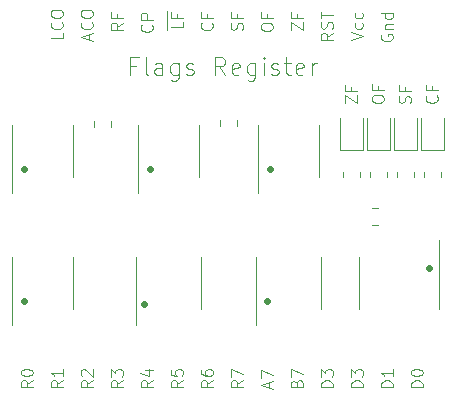
<source format=gbr>
%TF.GenerationSoftware,KiCad,Pcbnew,(5.1.10-1-10_14)*%
%TF.CreationDate,2021-12-17T22:03:29-05:00*%
%TF.ProjectId,Flags Register,466c6167-7320-4526-9567-69737465722e,rev?*%
%TF.SameCoordinates,Original*%
%TF.FileFunction,Legend,Top*%
%TF.FilePolarity,Positive*%
%FSLAX46Y46*%
G04 Gerber Fmt 4.6, Leading zero omitted, Abs format (unit mm)*
G04 Created by KiCad (PCBNEW (5.1.10-1-10_14)) date 2021-12-17 22:03:29*
%MOMM*%
%LPD*%
G01*
G04 APERTURE LIST*
%ADD10C,0.600000*%
%ADD11C,0.100000*%
%ADD12C,0.120000*%
G04 APERTURE END LIST*
D10*
X73660000Y-99314000D02*
G75*
G03*
X73660000Y-99314000I0J0D01*
G01*
X63500000Y-99314000D02*
G75*
G03*
X63500000Y-99314000I0J0D01*
G01*
X52832000Y-99314000D02*
G75*
G03*
X52832000Y-99314000I0J0D01*
G01*
X52832000Y-110490000D02*
G75*
G03*
X52832000Y-110490000I0J0D01*
G01*
X62992000Y-110744000D02*
G75*
G03*
X62992000Y-110744000I0J0D01*
G01*
X73406000Y-110490000D02*
G75*
G03*
X73406000Y-110490000I0J0D01*
G01*
X87122000Y-107696000D02*
G75*
G03*
X87122000Y-107696000I0J0D01*
G01*
D11*
X62310285Y-90570857D02*
X61810285Y-90570857D01*
X61810285Y-91356571D02*
X61810285Y-89856571D01*
X62524571Y-89856571D01*
X63310285Y-91356571D02*
X63167428Y-91285142D01*
X63096000Y-91142285D01*
X63096000Y-89856571D01*
X64524571Y-91356571D02*
X64524571Y-90570857D01*
X64453142Y-90428000D01*
X64310285Y-90356571D01*
X64024571Y-90356571D01*
X63881714Y-90428000D01*
X64524571Y-91285142D02*
X64381714Y-91356571D01*
X64024571Y-91356571D01*
X63881714Y-91285142D01*
X63810285Y-91142285D01*
X63810285Y-90999428D01*
X63881714Y-90856571D01*
X64024571Y-90785142D01*
X64381714Y-90785142D01*
X64524571Y-90713714D01*
X65881714Y-90356571D02*
X65881714Y-91570857D01*
X65810285Y-91713714D01*
X65738857Y-91785142D01*
X65596000Y-91856571D01*
X65381714Y-91856571D01*
X65238857Y-91785142D01*
X65881714Y-91285142D02*
X65738857Y-91356571D01*
X65453142Y-91356571D01*
X65310285Y-91285142D01*
X65238857Y-91213714D01*
X65167428Y-91070857D01*
X65167428Y-90642285D01*
X65238857Y-90499428D01*
X65310285Y-90428000D01*
X65453142Y-90356571D01*
X65738857Y-90356571D01*
X65881714Y-90428000D01*
X66524571Y-91285142D02*
X66667428Y-91356571D01*
X66953142Y-91356571D01*
X67096000Y-91285142D01*
X67167428Y-91142285D01*
X67167428Y-91070857D01*
X67096000Y-90928000D01*
X66953142Y-90856571D01*
X66738857Y-90856571D01*
X66596000Y-90785142D01*
X66524571Y-90642285D01*
X66524571Y-90570857D01*
X66596000Y-90428000D01*
X66738857Y-90356571D01*
X66953142Y-90356571D01*
X67096000Y-90428000D01*
X69810285Y-91356571D02*
X69310285Y-90642285D01*
X68953142Y-91356571D02*
X68953142Y-89856571D01*
X69524571Y-89856571D01*
X69667428Y-89928000D01*
X69738857Y-89999428D01*
X69810285Y-90142285D01*
X69810285Y-90356571D01*
X69738857Y-90499428D01*
X69667428Y-90570857D01*
X69524571Y-90642285D01*
X68953142Y-90642285D01*
X71024571Y-91285142D02*
X70881714Y-91356571D01*
X70596000Y-91356571D01*
X70453142Y-91285142D01*
X70381714Y-91142285D01*
X70381714Y-90570857D01*
X70453142Y-90428000D01*
X70596000Y-90356571D01*
X70881714Y-90356571D01*
X71024571Y-90428000D01*
X71096000Y-90570857D01*
X71096000Y-90713714D01*
X70381714Y-90856571D01*
X72381714Y-90356571D02*
X72381714Y-91570857D01*
X72310285Y-91713714D01*
X72238857Y-91785142D01*
X72096000Y-91856571D01*
X71881714Y-91856571D01*
X71738857Y-91785142D01*
X72381714Y-91285142D02*
X72238857Y-91356571D01*
X71953142Y-91356571D01*
X71810285Y-91285142D01*
X71738857Y-91213714D01*
X71667428Y-91070857D01*
X71667428Y-90642285D01*
X71738857Y-90499428D01*
X71810285Y-90428000D01*
X71953142Y-90356571D01*
X72238857Y-90356571D01*
X72381714Y-90428000D01*
X73096000Y-91356571D02*
X73096000Y-90356571D01*
X73096000Y-89856571D02*
X73024571Y-89928000D01*
X73096000Y-89999428D01*
X73167428Y-89928000D01*
X73096000Y-89856571D01*
X73096000Y-89999428D01*
X73738857Y-91285142D02*
X73881714Y-91356571D01*
X74167428Y-91356571D01*
X74310285Y-91285142D01*
X74381714Y-91142285D01*
X74381714Y-91070857D01*
X74310285Y-90928000D01*
X74167428Y-90856571D01*
X73953142Y-90856571D01*
X73810285Y-90785142D01*
X73738857Y-90642285D01*
X73738857Y-90570857D01*
X73810285Y-90428000D01*
X73953142Y-90356571D01*
X74167428Y-90356571D01*
X74310285Y-90428000D01*
X74810285Y-90356571D02*
X75381714Y-90356571D01*
X75024571Y-89856571D02*
X75024571Y-91142285D01*
X75096000Y-91285142D01*
X75238857Y-91356571D01*
X75381714Y-91356571D01*
X76453142Y-91285142D02*
X76310285Y-91356571D01*
X76024571Y-91356571D01*
X75881714Y-91285142D01*
X75810285Y-91142285D01*
X75810285Y-90570857D01*
X75881714Y-90428000D01*
X76024571Y-90356571D01*
X76310285Y-90356571D01*
X76453142Y-90428000D01*
X76524571Y-90570857D01*
X76524571Y-90713714D01*
X75810285Y-90856571D01*
X77167428Y-91356571D02*
X77167428Y-90356571D01*
X77167428Y-90642285D02*
X77238857Y-90499428D01*
X77310285Y-90428000D01*
X77453142Y-90356571D01*
X77596000Y-90356571D01*
X56078380Y-87805857D02*
X56078380Y-88282047D01*
X55078380Y-88282047D01*
X55983142Y-86901095D02*
X56030761Y-86948714D01*
X56078380Y-87091571D01*
X56078380Y-87186809D01*
X56030761Y-87329666D01*
X55935523Y-87424904D01*
X55840285Y-87472523D01*
X55649809Y-87520142D01*
X55506952Y-87520142D01*
X55316476Y-87472523D01*
X55221238Y-87424904D01*
X55126000Y-87329666D01*
X55078380Y-87186809D01*
X55078380Y-87091571D01*
X55126000Y-86948714D01*
X55173619Y-86901095D01*
X55078380Y-86282047D02*
X55078380Y-86091571D01*
X55126000Y-85996333D01*
X55221238Y-85901095D01*
X55411714Y-85853476D01*
X55745047Y-85853476D01*
X55935523Y-85901095D01*
X56030761Y-85996333D01*
X56078380Y-86091571D01*
X56078380Y-86282047D01*
X56030761Y-86377285D01*
X55935523Y-86472523D01*
X55745047Y-86520142D01*
X55411714Y-86520142D01*
X55221238Y-86472523D01*
X55126000Y-86377285D01*
X55078380Y-86282047D01*
X58332666Y-88377285D02*
X58332666Y-87901095D01*
X58618380Y-88472523D02*
X57618380Y-88139190D01*
X58618380Y-87805857D01*
X58523142Y-86901095D02*
X58570761Y-86948714D01*
X58618380Y-87091571D01*
X58618380Y-87186809D01*
X58570761Y-87329666D01*
X58475523Y-87424904D01*
X58380285Y-87472523D01*
X58189809Y-87520142D01*
X58046952Y-87520142D01*
X57856476Y-87472523D01*
X57761238Y-87424904D01*
X57666000Y-87329666D01*
X57618380Y-87186809D01*
X57618380Y-87091571D01*
X57666000Y-86948714D01*
X57713619Y-86901095D01*
X57618380Y-86282047D02*
X57618380Y-86091571D01*
X57666000Y-85996333D01*
X57761238Y-85901095D01*
X57951714Y-85853476D01*
X58285047Y-85853476D01*
X58475523Y-85901095D01*
X58570761Y-85996333D01*
X58618380Y-86091571D01*
X58618380Y-86282047D01*
X58570761Y-86377285D01*
X58475523Y-86472523D01*
X58285047Y-86520142D01*
X57951714Y-86520142D01*
X57761238Y-86472523D01*
X57666000Y-86377285D01*
X57618380Y-86282047D01*
X61158380Y-86964619D02*
X60682190Y-87297952D01*
X61158380Y-87536047D02*
X60158380Y-87536047D01*
X60158380Y-87155095D01*
X60206000Y-87059857D01*
X60253619Y-87012238D01*
X60348857Y-86964619D01*
X60491714Y-86964619D01*
X60586952Y-87012238D01*
X60634571Y-87059857D01*
X60682190Y-87155095D01*
X60682190Y-87536047D01*
X60634571Y-86202714D02*
X60634571Y-86536047D01*
X61158380Y-86536047D02*
X60158380Y-86536047D01*
X60158380Y-86059857D01*
X63603142Y-87107476D02*
X63650761Y-87155095D01*
X63698380Y-87297952D01*
X63698380Y-87393190D01*
X63650761Y-87536047D01*
X63555523Y-87631285D01*
X63460285Y-87678904D01*
X63269809Y-87726523D01*
X63126952Y-87726523D01*
X62936476Y-87678904D01*
X62841238Y-87631285D01*
X62746000Y-87536047D01*
X62698380Y-87393190D01*
X62698380Y-87297952D01*
X62746000Y-87155095D01*
X62793619Y-87107476D01*
X63698380Y-86678904D02*
X62698380Y-86678904D01*
X62698380Y-86297952D01*
X62746000Y-86202714D01*
X62793619Y-86155095D01*
X62888857Y-86107476D01*
X63031714Y-86107476D01*
X63126952Y-86155095D01*
X63174571Y-86202714D01*
X63222190Y-86297952D01*
X63222190Y-86678904D01*
X64936000Y-87583666D02*
X64936000Y-86774142D01*
X66238380Y-86869380D02*
X66238380Y-87345571D01*
X65238380Y-87345571D01*
X64936000Y-86774142D02*
X64936000Y-85917000D01*
X65714571Y-86202714D02*
X65714571Y-86536047D01*
X66238380Y-86536047D02*
X65238380Y-86536047D01*
X65238380Y-86059857D01*
X68683142Y-86964619D02*
X68730761Y-87012238D01*
X68778380Y-87155095D01*
X68778380Y-87250333D01*
X68730761Y-87393190D01*
X68635523Y-87488428D01*
X68540285Y-87536047D01*
X68349809Y-87583666D01*
X68206952Y-87583666D01*
X68016476Y-87536047D01*
X67921238Y-87488428D01*
X67826000Y-87393190D01*
X67778380Y-87250333D01*
X67778380Y-87155095D01*
X67826000Y-87012238D01*
X67873619Y-86964619D01*
X68254571Y-86202714D02*
X68254571Y-86536047D01*
X68778380Y-86536047D02*
X67778380Y-86536047D01*
X67778380Y-86059857D01*
X71270761Y-87536047D02*
X71318380Y-87393190D01*
X71318380Y-87155095D01*
X71270761Y-87059857D01*
X71223142Y-87012238D01*
X71127904Y-86964619D01*
X71032666Y-86964619D01*
X70937428Y-87012238D01*
X70889809Y-87059857D01*
X70842190Y-87155095D01*
X70794571Y-87345571D01*
X70746952Y-87440809D01*
X70699333Y-87488428D01*
X70604095Y-87536047D01*
X70508857Y-87536047D01*
X70413619Y-87488428D01*
X70366000Y-87440809D01*
X70318380Y-87345571D01*
X70318380Y-87107476D01*
X70366000Y-86964619D01*
X70794571Y-86202714D02*
X70794571Y-86536047D01*
X71318380Y-86536047D02*
X70318380Y-86536047D01*
X70318380Y-86059857D01*
X72858380Y-87393190D02*
X72858380Y-87202714D01*
X72906000Y-87107476D01*
X73001238Y-87012238D01*
X73191714Y-86964619D01*
X73525047Y-86964619D01*
X73715523Y-87012238D01*
X73810761Y-87107476D01*
X73858380Y-87202714D01*
X73858380Y-87393190D01*
X73810761Y-87488428D01*
X73715523Y-87583666D01*
X73525047Y-87631285D01*
X73191714Y-87631285D01*
X73001238Y-87583666D01*
X72906000Y-87488428D01*
X72858380Y-87393190D01*
X73334571Y-86202714D02*
X73334571Y-86536047D01*
X73858380Y-86536047D02*
X72858380Y-86536047D01*
X72858380Y-86059857D01*
X75398380Y-87583666D02*
X75398380Y-86917000D01*
X76398380Y-87583666D01*
X76398380Y-86917000D01*
X75874571Y-86202714D02*
X75874571Y-86536047D01*
X76398380Y-86536047D02*
X75398380Y-86536047D01*
X75398380Y-86059857D01*
X78938380Y-87821761D02*
X78462190Y-88155095D01*
X78938380Y-88393190D02*
X77938380Y-88393190D01*
X77938380Y-88012238D01*
X77986000Y-87917000D01*
X78033619Y-87869380D01*
X78128857Y-87821761D01*
X78271714Y-87821761D01*
X78366952Y-87869380D01*
X78414571Y-87917000D01*
X78462190Y-88012238D01*
X78462190Y-88393190D01*
X78890761Y-87440809D02*
X78938380Y-87297952D01*
X78938380Y-87059857D01*
X78890761Y-86964619D01*
X78843142Y-86917000D01*
X78747904Y-86869380D01*
X78652666Y-86869380D01*
X78557428Y-86917000D01*
X78509809Y-86964619D01*
X78462190Y-87059857D01*
X78414571Y-87250333D01*
X78366952Y-87345571D01*
X78319333Y-87393190D01*
X78224095Y-87440809D01*
X78128857Y-87440809D01*
X78033619Y-87393190D01*
X77986000Y-87345571D01*
X77938380Y-87250333D01*
X77938380Y-87012238D01*
X77986000Y-86869380D01*
X77938380Y-86583666D02*
X77938380Y-86012238D01*
X78938380Y-86297952D02*
X77938380Y-86297952D01*
X80478380Y-88393190D02*
X81478380Y-88059857D01*
X80478380Y-87726523D01*
X81430761Y-86964619D02*
X81478380Y-87059857D01*
X81478380Y-87250333D01*
X81430761Y-87345571D01*
X81383142Y-87393190D01*
X81287904Y-87440809D01*
X81002190Y-87440809D01*
X80906952Y-87393190D01*
X80859333Y-87345571D01*
X80811714Y-87250333D01*
X80811714Y-87059857D01*
X80859333Y-86964619D01*
X81430761Y-86107476D02*
X81478380Y-86202714D01*
X81478380Y-86393190D01*
X81430761Y-86488428D01*
X81383142Y-86536047D01*
X81287904Y-86583666D01*
X81002190Y-86583666D01*
X80906952Y-86536047D01*
X80859333Y-86488428D01*
X80811714Y-86393190D01*
X80811714Y-86202714D01*
X80859333Y-86107476D01*
X83066000Y-87964619D02*
X83018380Y-88059857D01*
X83018380Y-88202714D01*
X83066000Y-88345571D01*
X83161238Y-88440809D01*
X83256476Y-88488428D01*
X83446952Y-88536047D01*
X83589809Y-88536047D01*
X83780285Y-88488428D01*
X83875523Y-88440809D01*
X83970761Y-88345571D01*
X84018380Y-88202714D01*
X84018380Y-88107476D01*
X83970761Y-87964619D01*
X83923142Y-87917000D01*
X83589809Y-87917000D01*
X83589809Y-88107476D01*
X83351714Y-87488428D02*
X84018380Y-87488428D01*
X83446952Y-87488428D02*
X83399333Y-87440809D01*
X83351714Y-87345571D01*
X83351714Y-87202714D01*
X83399333Y-87107476D01*
X83494571Y-87059857D01*
X84018380Y-87059857D01*
X84018380Y-86155095D02*
X83018380Y-86155095D01*
X83970761Y-86155095D02*
X84018380Y-86250333D01*
X84018380Y-86440809D01*
X83970761Y-86536047D01*
X83923142Y-86583666D01*
X83827904Y-86631285D01*
X83542190Y-86631285D01*
X83446952Y-86583666D01*
X83399333Y-86536047D01*
X83351714Y-86440809D01*
X83351714Y-86250333D01*
X83399333Y-86155095D01*
X53538380Y-117235476D02*
X53062190Y-117568809D01*
X53538380Y-117806904D02*
X52538380Y-117806904D01*
X52538380Y-117425952D01*
X52586000Y-117330714D01*
X52633619Y-117283095D01*
X52728857Y-117235476D01*
X52871714Y-117235476D01*
X52966952Y-117283095D01*
X53014571Y-117330714D01*
X53062190Y-117425952D01*
X53062190Y-117806904D01*
X52538380Y-116616428D02*
X52538380Y-116521190D01*
X52586000Y-116425952D01*
X52633619Y-116378333D01*
X52728857Y-116330714D01*
X52919333Y-116283095D01*
X53157428Y-116283095D01*
X53347904Y-116330714D01*
X53443142Y-116378333D01*
X53490761Y-116425952D01*
X53538380Y-116521190D01*
X53538380Y-116616428D01*
X53490761Y-116711666D01*
X53443142Y-116759285D01*
X53347904Y-116806904D01*
X53157428Y-116854523D01*
X52919333Y-116854523D01*
X52728857Y-116806904D01*
X52633619Y-116759285D01*
X52586000Y-116711666D01*
X52538380Y-116616428D01*
X56078380Y-117235476D02*
X55602190Y-117568809D01*
X56078380Y-117806904D02*
X55078380Y-117806904D01*
X55078380Y-117425952D01*
X55126000Y-117330714D01*
X55173619Y-117283095D01*
X55268857Y-117235476D01*
X55411714Y-117235476D01*
X55506952Y-117283095D01*
X55554571Y-117330714D01*
X55602190Y-117425952D01*
X55602190Y-117806904D01*
X56078380Y-116283095D02*
X56078380Y-116854523D01*
X56078380Y-116568809D02*
X55078380Y-116568809D01*
X55221238Y-116664047D01*
X55316476Y-116759285D01*
X55364095Y-116854523D01*
X58618380Y-117235476D02*
X58142190Y-117568809D01*
X58618380Y-117806904D02*
X57618380Y-117806904D01*
X57618380Y-117425952D01*
X57666000Y-117330714D01*
X57713619Y-117283095D01*
X57808857Y-117235476D01*
X57951714Y-117235476D01*
X58046952Y-117283095D01*
X58094571Y-117330714D01*
X58142190Y-117425952D01*
X58142190Y-117806904D01*
X57713619Y-116854523D02*
X57666000Y-116806904D01*
X57618380Y-116711666D01*
X57618380Y-116473571D01*
X57666000Y-116378333D01*
X57713619Y-116330714D01*
X57808857Y-116283095D01*
X57904095Y-116283095D01*
X58046952Y-116330714D01*
X58618380Y-116902142D01*
X58618380Y-116283095D01*
X61158380Y-117235476D02*
X60682190Y-117568809D01*
X61158380Y-117806904D02*
X60158380Y-117806904D01*
X60158380Y-117425952D01*
X60206000Y-117330714D01*
X60253619Y-117283095D01*
X60348857Y-117235476D01*
X60491714Y-117235476D01*
X60586952Y-117283095D01*
X60634571Y-117330714D01*
X60682190Y-117425952D01*
X60682190Y-117806904D01*
X60158380Y-116902142D02*
X60158380Y-116283095D01*
X60539333Y-116616428D01*
X60539333Y-116473571D01*
X60586952Y-116378333D01*
X60634571Y-116330714D01*
X60729809Y-116283095D01*
X60967904Y-116283095D01*
X61063142Y-116330714D01*
X61110761Y-116378333D01*
X61158380Y-116473571D01*
X61158380Y-116759285D01*
X61110761Y-116854523D01*
X61063142Y-116902142D01*
X63698380Y-117235476D02*
X63222190Y-117568809D01*
X63698380Y-117806904D02*
X62698380Y-117806904D01*
X62698380Y-117425952D01*
X62746000Y-117330714D01*
X62793619Y-117283095D01*
X62888857Y-117235476D01*
X63031714Y-117235476D01*
X63126952Y-117283095D01*
X63174571Y-117330714D01*
X63222190Y-117425952D01*
X63222190Y-117806904D01*
X63031714Y-116378333D02*
X63698380Y-116378333D01*
X62650761Y-116616428D02*
X63365047Y-116854523D01*
X63365047Y-116235476D01*
X66238380Y-117235476D02*
X65762190Y-117568809D01*
X66238380Y-117806904D02*
X65238380Y-117806904D01*
X65238380Y-117425952D01*
X65286000Y-117330714D01*
X65333619Y-117283095D01*
X65428857Y-117235476D01*
X65571714Y-117235476D01*
X65666952Y-117283095D01*
X65714571Y-117330714D01*
X65762190Y-117425952D01*
X65762190Y-117806904D01*
X65238380Y-116330714D02*
X65238380Y-116806904D01*
X65714571Y-116854523D01*
X65666952Y-116806904D01*
X65619333Y-116711666D01*
X65619333Y-116473571D01*
X65666952Y-116378333D01*
X65714571Y-116330714D01*
X65809809Y-116283095D01*
X66047904Y-116283095D01*
X66143142Y-116330714D01*
X66190761Y-116378333D01*
X66238380Y-116473571D01*
X66238380Y-116711666D01*
X66190761Y-116806904D01*
X66143142Y-116854523D01*
X68778380Y-117235476D02*
X68302190Y-117568809D01*
X68778380Y-117806904D02*
X67778380Y-117806904D01*
X67778380Y-117425952D01*
X67826000Y-117330714D01*
X67873619Y-117283095D01*
X67968857Y-117235476D01*
X68111714Y-117235476D01*
X68206952Y-117283095D01*
X68254571Y-117330714D01*
X68302190Y-117425952D01*
X68302190Y-117806904D01*
X67778380Y-116378333D02*
X67778380Y-116568809D01*
X67826000Y-116664047D01*
X67873619Y-116711666D01*
X68016476Y-116806904D01*
X68206952Y-116854523D01*
X68587904Y-116854523D01*
X68683142Y-116806904D01*
X68730761Y-116759285D01*
X68778380Y-116664047D01*
X68778380Y-116473571D01*
X68730761Y-116378333D01*
X68683142Y-116330714D01*
X68587904Y-116283095D01*
X68349809Y-116283095D01*
X68254571Y-116330714D01*
X68206952Y-116378333D01*
X68159333Y-116473571D01*
X68159333Y-116664047D01*
X68206952Y-116759285D01*
X68254571Y-116806904D01*
X68349809Y-116854523D01*
X71318380Y-117235476D02*
X70842190Y-117568809D01*
X71318380Y-117806904D02*
X70318380Y-117806904D01*
X70318380Y-117425952D01*
X70366000Y-117330714D01*
X70413619Y-117283095D01*
X70508857Y-117235476D01*
X70651714Y-117235476D01*
X70746952Y-117283095D01*
X70794571Y-117330714D01*
X70842190Y-117425952D01*
X70842190Y-117806904D01*
X70318380Y-116902142D02*
X70318380Y-116235476D01*
X71318380Y-116664047D01*
X73572666Y-117854523D02*
X73572666Y-117378333D01*
X73858380Y-117949761D02*
X72858380Y-117616428D01*
X73858380Y-117283095D01*
X72858380Y-117045000D02*
X72858380Y-116378333D01*
X73858380Y-116806904D01*
X75874571Y-117473571D02*
X75922190Y-117330714D01*
X75969809Y-117283095D01*
X76065047Y-117235476D01*
X76207904Y-117235476D01*
X76303142Y-117283095D01*
X76350761Y-117330714D01*
X76398380Y-117425952D01*
X76398380Y-117806904D01*
X75398380Y-117806904D01*
X75398380Y-117473571D01*
X75446000Y-117378333D01*
X75493619Y-117330714D01*
X75588857Y-117283095D01*
X75684095Y-117283095D01*
X75779333Y-117330714D01*
X75826952Y-117378333D01*
X75874571Y-117473571D01*
X75874571Y-117806904D01*
X75398380Y-116902142D02*
X75398380Y-116235476D01*
X76398380Y-116664047D01*
X78938380Y-117806904D02*
X77938380Y-117806904D01*
X77938380Y-117568809D01*
X77986000Y-117425952D01*
X78081238Y-117330714D01*
X78176476Y-117283095D01*
X78366952Y-117235476D01*
X78509809Y-117235476D01*
X78700285Y-117283095D01*
X78795523Y-117330714D01*
X78890761Y-117425952D01*
X78938380Y-117568809D01*
X78938380Y-117806904D01*
X77938380Y-116902142D02*
X77938380Y-116283095D01*
X78319333Y-116616428D01*
X78319333Y-116473571D01*
X78366952Y-116378333D01*
X78414571Y-116330714D01*
X78509809Y-116283095D01*
X78747904Y-116283095D01*
X78843142Y-116330714D01*
X78890761Y-116378333D01*
X78938380Y-116473571D01*
X78938380Y-116759285D01*
X78890761Y-116854523D01*
X78843142Y-116902142D01*
X81478380Y-117806904D02*
X80478380Y-117806904D01*
X80478380Y-117568809D01*
X80526000Y-117425952D01*
X80621238Y-117330714D01*
X80716476Y-117283095D01*
X80906952Y-117235476D01*
X81049809Y-117235476D01*
X81240285Y-117283095D01*
X81335523Y-117330714D01*
X81430761Y-117425952D01*
X81478380Y-117568809D01*
X81478380Y-117806904D01*
X80478380Y-116902142D02*
X80478380Y-116283095D01*
X80859333Y-116616428D01*
X80859333Y-116473571D01*
X80906952Y-116378333D01*
X80954571Y-116330714D01*
X81049809Y-116283095D01*
X81287904Y-116283095D01*
X81383142Y-116330714D01*
X81430761Y-116378333D01*
X81478380Y-116473571D01*
X81478380Y-116759285D01*
X81430761Y-116854523D01*
X81383142Y-116902142D01*
X84018380Y-117806904D02*
X83018380Y-117806904D01*
X83018380Y-117568809D01*
X83066000Y-117425952D01*
X83161238Y-117330714D01*
X83256476Y-117283095D01*
X83446952Y-117235476D01*
X83589809Y-117235476D01*
X83780285Y-117283095D01*
X83875523Y-117330714D01*
X83970761Y-117425952D01*
X84018380Y-117568809D01*
X84018380Y-117806904D01*
X84018380Y-116283095D02*
X84018380Y-116854523D01*
X84018380Y-116568809D02*
X83018380Y-116568809D01*
X83161238Y-116664047D01*
X83256476Y-116759285D01*
X83304095Y-116854523D01*
X86558380Y-117806904D02*
X85558380Y-117806904D01*
X85558380Y-117568809D01*
X85606000Y-117425952D01*
X85701238Y-117330714D01*
X85796476Y-117283095D01*
X85986952Y-117235476D01*
X86129809Y-117235476D01*
X86320285Y-117283095D01*
X86415523Y-117330714D01*
X86510761Y-117425952D01*
X86558380Y-117568809D01*
X86558380Y-117806904D01*
X85558380Y-116616428D02*
X85558380Y-116521190D01*
X85606000Y-116425952D01*
X85653619Y-116378333D01*
X85748857Y-116330714D01*
X85939333Y-116283095D01*
X86177428Y-116283095D01*
X86367904Y-116330714D01*
X86463142Y-116378333D01*
X86510761Y-116425952D01*
X86558380Y-116521190D01*
X86558380Y-116616428D01*
X86510761Y-116711666D01*
X86463142Y-116759285D01*
X86367904Y-116806904D01*
X86177428Y-116854523D01*
X85939333Y-116854523D01*
X85748857Y-116806904D01*
X85653619Y-116759285D01*
X85606000Y-116711666D01*
X85558380Y-116616428D01*
X87733142Y-93105476D02*
X87780761Y-93153095D01*
X87828380Y-93295952D01*
X87828380Y-93391190D01*
X87780761Y-93534047D01*
X87685523Y-93629285D01*
X87590285Y-93676904D01*
X87399809Y-93724523D01*
X87256952Y-93724523D01*
X87066476Y-93676904D01*
X86971238Y-93629285D01*
X86876000Y-93534047D01*
X86828380Y-93391190D01*
X86828380Y-93295952D01*
X86876000Y-93153095D01*
X86923619Y-93105476D01*
X87304571Y-92343571D02*
X87304571Y-92676904D01*
X87828380Y-92676904D02*
X86828380Y-92676904D01*
X86828380Y-92200714D01*
X79970380Y-93772142D02*
X79970380Y-93105476D01*
X80970380Y-93772142D01*
X80970380Y-93105476D01*
X80446571Y-92391190D02*
X80446571Y-92724523D01*
X80970380Y-92724523D02*
X79970380Y-92724523D01*
X79970380Y-92248333D01*
X82256380Y-93486428D02*
X82256380Y-93295952D01*
X82304000Y-93200714D01*
X82399238Y-93105476D01*
X82589714Y-93057857D01*
X82923047Y-93057857D01*
X83113523Y-93105476D01*
X83208761Y-93200714D01*
X83256380Y-93295952D01*
X83256380Y-93486428D01*
X83208761Y-93581666D01*
X83113523Y-93676904D01*
X82923047Y-93724523D01*
X82589714Y-93724523D01*
X82399238Y-93676904D01*
X82304000Y-93581666D01*
X82256380Y-93486428D01*
X82732571Y-92295952D02*
X82732571Y-92629285D01*
X83256380Y-92629285D02*
X82256380Y-92629285D01*
X82256380Y-92153095D01*
X85494761Y-93724523D02*
X85542380Y-93581666D01*
X85542380Y-93343571D01*
X85494761Y-93248333D01*
X85447142Y-93200714D01*
X85351904Y-93153095D01*
X85256666Y-93153095D01*
X85161428Y-93200714D01*
X85113809Y-93248333D01*
X85066190Y-93343571D01*
X85018571Y-93534047D01*
X84970952Y-93629285D01*
X84923333Y-93676904D01*
X84828095Y-93724523D01*
X84732857Y-93724523D01*
X84637619Y-93676904D01*
X84590000Y-93629285D01*
X84542380Y-93534047D01*
X84542380Y-93295952D01*
X84590000Y-93153095D01*
X85018571Y-92391190D02*
X85018571Y-92724523D01*
X85542380Y-92724523D02*
X84542380Y-92724523D01*
X84542380Y-92248333D01*
D12*
%TO.C,U39*%
X77794000Y-97790000D02*
X77794000Y-95590000D01*
X77794000Y-97790000D02*
X77794000Y-99990000D01*
X72574000Y-97790000D02*
X72574000Y-95590000D01*
X72574000Y-97790000D02*
X72574000Y-101390000D01*
%TO.C,U38*%
X67759000Y-108966000D02*
X67759000Y-106766000D01*
X67759000Y-108966000D02*
X67759000Y-111166000D01*
X62289000Y-108966000D02*
X62289000Y-106766000D01*
X62289000Y-108966000D02*
X62289000Y-112566000D01*
%TO.C,U37*%
X67634000Y-97790000D02*
X67634000Y-95590000D01*
X67634000Y-97790000D02*
X67634000Y-99990000D01*
X62414000Y-97790000D02*
X62414000Y-95590000D01*
X62414000Y-97790000D02*
X62414000Y-101390000D01*
%TO.C,U36*%
X56966000Y-108966000D02*
X56966000Y-106766000D01*
X56966000Y-108966000D02*
X56966000Y-111166000D01*
X51746000Y-108966000D02*
X51746000Y-106766000D01*
X51746000Y-108966000D02*
X51746000Y-112566000D01*
%TO.C,U35*%
X56966000Y-97790000D02*
X56966000Y-95590000D01*
X56966000Y-97790000D02*
X56966000Y-99990000D01*
X51746000Y-97790000D02*
X51746000Y-95590000D01*
X51746000Y-97790000D02*
X51746000Y-101390000D01*
%TO.C,U2*%
X81197000Y-108966000D02*
X81197000Y-111166000D01*
X81197000Y-108966000D02*
X81197000Y-106766000D01*
X87967000Y-108966000D02*
X87967000Y-111166000D01*
X87967000Y-108966000D02*
X87967000Y-105366000D01*
%TO.C,U1*%
X77919000Y-108966000D02*
X77919000Y-106766000D01*
X77919000Y-108966000D02*
X77919000Y-111166000D01*
X72449000Y-108966000D02*
X72449000Y-106766000D01*
X72449000Y-108966000D02*
X72449000Y-112566000D01*
%TO.C,R4*%
X81253000Y-99594936D02*
X81253000Y-100049064D01*
X79783000Y-99594936D02*
X79783000Y-100049064D01*
%TO.C,R3*%
X83539000Y-99594936D02*
X83539000Y-100049064D01*
X82069000Y-99594936D02*
X82069000Y-100049064D01*
%TO.C,R2*%
X85825000Y-99594936D02*
X85825000Y-100049064D01*
X84355000Y-99594936D02*
X84355000Y-100049064D01*
%TO.C,R1*%
X88111000Y-99594936D02*
X88111000Y-100049064D01*
X86641000Y-99594936D02*
X86641000Y-100049064D01*
%TO.C,D4*%
X79558000Y-95012000D02*
X79558000Y-97697000D01*
X79558000Y-97697000D02*
X81478000Y-97697000D01*
X81478000Y-97697000D02*
X81478000Y-95012000D01*
%TO.C,D3*%
X81844000Y-95012000D02*
X81844000Y-97697000D01*
X81844000Y-97697000D02*
X83764000Y-97697000D01*
X83764000Y-97697000D02*
X83764000Y-95012000D01*
%TO.C,D2*%
X84130000Y-95012000D02*
X84130000Y-97697000D01*
X84130000Y-97697000D02*
X86050000Y-97697000D01*
X86050000Y-97697000D02*
X86050000Y-95012000D01*
%TO.C,D1*%
X86416000Y-95012000D02*
X86416000Y-97697000D01*
X86416000Y-97697000D02*
X88336000Y-97697000D01*
X88336000Y-97697000D02*
X88336000Y-95012000D01*
%TO.C,C3*%
X70839000Y-95176748D02*
X70839000Y-95699252D01*
X69369000Y-95176748D02*
X69369000Y-95699252D01*
%TO.C,C2*%
X82288748Y-102643000D02*
X82811252Y-102643000D01*
X82288748Y-104113000D02*
X82811252Y-104113000D01*
%TO.C,C1*%
X60171000Y-95242748D02*
X60171000Y-95765252D01*
X58701000Y-95242748D02*
X58701000Y-95765252D01*
%TD*%
M02*

</source>
